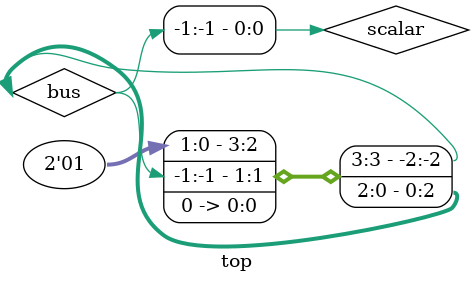
<source format=v>
module top();
wire [-2:2] bus;
wire scalar;

assign bus[-2] = 1'b0;

assign bus[-1] = scalar;

assign bus[0] = 1'b1;

assign bus[1] = scalar;

assign bus[2] = 1'b0;
endmodule //top

</source>
